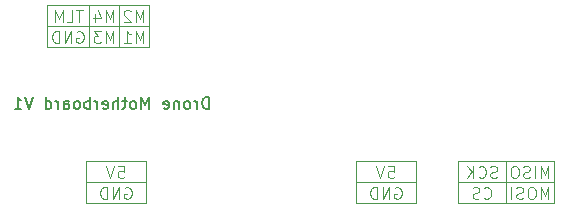
<source format=gbr>
%TF.GenerationSoftware,KiCad,Pcbnew,8.0.4*%
%TF.CreationDate,2024-08-21T00:11:03-04:00*%
%TF.ProjectId,Drone_Motherboard,44726f6e-655f-44d6-9f74-686572626f61,rev?*%
%TF.SameCoordinates,Original*%
%TF.FileFunction,Legend,Bot*%
%TF.FilePolarity,Positive*%
%FSLAX46Y46*%
G04 Gerber Fmt 4.6, Leading zero omitted, Abs format (unit mm)*
G04 Created by KiCad (PCBNEW 8.0.4) date 2024-08-21 00:11:03*
%MOMM*%
%LPD*%
G01*
G04 APERTURE LIST*
%ADD10C,0.200000*%
%ADD11C,0.100000*%
G04 APERTURE END LIST*
D10*
X131050628Y-120517219D02*
X131050628Y-119517219D01*
X131050628Y-119517219D02*
X130812533Y-119517219D01*
X130812533Y-119517219D02*
X130669676Y-119564838D01*
X130669676Y-119564838D02*
X130574438Y-119660076D01*
X130574438Y-119660076D02*
X130526819Y-119755314D01*
X130526819Y-119755314D02*
X130479200Y-119945790D01*
X130479200Y-119945790D02*
X130479200Y-120088647D01*
X130479200Y-120088647D02*
X130526819Y-120279123D01*
X130526819Y-120279123D02*
X130574438Y-120374361D01*
X130574438Y-120374361D02*
X130669676Y-120469600D01*
X130669676Y-120469600D02*
X130812533Y-120517219D01*
X130812533Y-120517219D02*
X131050628Y-120517219D01*
X130050628Y-120517219D02*
X130050628Y-119850552D01*
X130050628Y-120041028D02*
X130003009Y-119945790D01*
X130003009Y-119945790D02*
X129955390Y-119898171D01*
X129955390Y-119898171D02*
X129860152Y-119850552D01*
X129860152Y-119850552D02*
X129764914Y-119850552D01*
X129288723Y-120517219D02*
X129383961Y-120469600D01*
X129383961Y-120469600D02*
X129431580Y-120421980D01*
X129431580Y-120421980D02*
X129479199Y-120326742D01*
X129479199Y-120326742D02*
X129479199Y-120041028D01*
X129479199Y-120041028D02*
X129431580Y-119945790D01*
X129431580Y-119945790D02*
X129383961Y-119898171D01*
X129383961Y-119898171D02*
X129288723Y-119850552D01*
X129288723Y-119850552D02*
X129145866Y-119850552D01*
X129145866Y-119850552D02*
X129050628Y-119898171D01*
X129050628Y-119898171D02*
X129003009Y-119945790D01*
X129003009Y-119945790D02*
X128955390Y-120041028D01*
X128955390Y-120041028D02*
X128955390Y-120326742D01*
X128955390Y-120326742D02*
X129003009Y-120421980D01*
X129003009Y-120421980D02*
X129050628Y-120469600D01*
X129050628Y-120469600D02*
X129145866Y-120517219D01*
X129145866Y-120517219D02*
X129288723Y-120517219D01*
X128526818Y-119850552D02*
X128526818Y-120517219D01*
X128526818Y-119945790D02*
X128479199Y-119898171D01*
X128479199Y-119898171D02*
X128383961Y-119850552D01*
X128383961Y-119850552D02*
X128241104Y-119850552D01*
X128241104Y-119850552D02*
X128145866Y-119898171D01*
X128145866Y-119898171D02*
X128098247Y-119993409D01*
X128098247Y-119993409D02*
X128098247Y-120517219D01*
X127241104Y-120469600D02*
X127336342Y-120517219D01*
X127336342Y-120517219D02*
X127526818Y-120517219D01*
X127526818Y-120517219D02*
X127622056Y-120469600D01*
X127622056Y-120469600D02*
X127669675Y-120374361D01*
X127669675Y-120374361D02*
X127669675Y-119993409D01*
X127669675Y-119993409D02*
X127622056Y-119898171D01*
X127622056Y-119898171D02*
X127526818Y-119850552D01*
X127526818Y-119850552D02*
X127336342Y-119850552D01*
X127336342Y-119850552D02*
X127241104Y-119898171D01*
X127241104Y-119898171D02*
X127193485Y-119993409D01*
X127193485Y-119993409D02*
X127193485Y-120088647D01*
X127193485Y-120088647D02*
X127669675Y-120183885D01*
X126003008Y-120517219D02*
X126003008Y-119517219D01*
X126003008Y-119517219D02*
X125669675Y-120231504D01*
X125669675Y-120231504D02*
X125336342Y-119517219D01*
X125336342Y-119517219D02*
X125336342Y-120517219D01*
X124717294Y-120517219D02*
X124812532Y-120469600D01*
X124812532Y-120469600D02*
X124860151Y-120421980D01*
X124860151Y-120421980D02*
X124907770Y-120326742D01*
X124907770Y-120326742D02*
X124907770Y-120041028D01*
X124907770Y-120041028D02*
X124860151Y-119945790D01*
X124860151Y-119945790D02*
X124812532Y-119898171D01*
X124812532Y-119898171D02*
X124717294Y-119850552D01*
X124717294Y-119850552D02*
X124574437Y-119850552D01*
X124574437Y-119850552D02*
X124479199Y-119898171D01*
X124479199Y-119898171D02*
X124431580Y-119945790D01*
X124431580Y-119945790D02*
X124383961Y-120041028D01*
X124383961Y-120041028D02*
X124383961Y-120326742D01*
X124383961Y-120326742D02*
X124431580Y-120421980D01*
X124431580Y-120421980D02*
X124479199Y-120469600D01*
X124479199Y-120469600D02*
X124574437Y-120517219D01*
X124574437Y-120517219D02*
X124717294Y-120517219D01*
X124098246Y-119850552D02*
X123717294Y-119850552D01*
X123955389Y-119517219D02*
X123955389Y-120374361D01*
X123955389Y-120374361D02*
X123907770Y-120469600D01*
X123907770Y-120469600D02*
X123812532Y-120517219D01*
X123812532Y-120517219D02*
X123717294Y-120517219D01*
X123383960Y-120517219D02*
X123383960Y-119517219D01*
X122955389Y-120517219D02*
X122955389Y-119993409D01*
X122955389Y-119993409D02*
X123003008Y-119898171D01*
X123003008Y-119898171D02*
X123098246Y-119850552D01*
X123098246Y-119850552D02*
X123241103Y-119850552D01*
X123241103Y-119850552D02*
X123336341Y-119898171D01*
X123336341Y-119898171D02*
X123383960Y-119945790D01*
X122098246Y-120469600D02*
X122193484Y-120517219D01*
X122193484Y-120517219D02*
X122383960Y-120517219D01*
X122383960Y-120517219D02*
X122479198Y-120469600D01*
X122479198Y-120469600D02*
X122526817Y-120374361D01*
X122526817Y-120374361D02*
X122526817Y-119993409D01*
X122526817Y-119993409D02*
X122479198Y-119898171D01*
X122479198Y-119898171D02*
X122383960Y-119850552D01*
X122383960Y-119850552D02*
X122193484Y-119850552D01*
X122193484Y-119850552D02*
X122098246Y-119898171D01*
X122098246Y-119898171D02*
X122050627Y-119993409D01*
X122050627Y-119993409D02*
X122050627Y-120088647D01*
X122050627Y-120088647D02*
X122526817Y-120183885D01*
X121622055Y-120517219D02*
X121622055Y-119850552D01*
X121622055Y-120041028D02*
X121574436Y-119945790D01*
X121574436Y-119945790D02*
X121526817Y-119898171D01*
X121526817Y-119898171D02*
X121431579Y-119850552D01*
X121431579Y-119850552D02*
X121336341Y-119850552D01*
X121003007Y-120517219D02*
X121003007Y-119517219D01*
X121003007Y-119898171D02*
X120907769Y-119850552D01*
X120907769Y-119850552D02*
X120717293Y-119850552D01*
X120717293Y-119850552D02*
X120622055Y-119898171D01*
X120622055Y-119898171D02*
X120574436Y-119945790D01*
X120574436Y-119945790D02*
X120526817Y-120041028D01*
X120526817Y-120041028D02*
X120526817Y-120326742D01*
X120526817Y-120326742D02*
X120574436Y-120421980D01*
X120574436Y-120421980D02*
X120622055Y-120469600D01*
X120622055Y-120469600D02*
X120717293Y-120517219D01*
X120717293Y-120517219D02*
X120907769Y-120517219D01*
X120907769Y-120517219D02*
X121003007Y-120469600D01*
X119955388Y-120517219D02*
X120050626Y-120469600D01*
X120050626Y-120469600D02*
X120098245Y-120421980D01*
X120098245Y-120421980D02*
X120145864Y-120326742D01*
X120145864Y-120326742D02*
X120145864Y-120041028D01*
X120145864Y-120041028D02*
X120098245Y-119945790D01*
X120098245Y-119945790D02*
X120050626Y-119898171D01*
X120050626Y-119898171D02*
X119955388Y-119850552D01*
X119955388Y-119850552D02*
X119812531Y-119850552D01*
X119812531Y-119850552D02*
X119717293Y-119898171D01*
X119717293Y-119898171D02*
X119669674Y-119945790D01*
X119669674Y-119945790D02*
X119622055Y-120041028D01*
X119622055Y-120041028D02*
X119622055Y-120326742D01*
X119622055Y-120326742D02*
X119669674Y-120421980D01*
X119669674Y-120421980D02*
X119717293Y-120469600D01*
X119717293Y-120469600D02*
X119812531Y-120517219D01*
X119812531Y-120517219D02*
X119955388Y-120517219D01*
X118764912Y-120517219D02*
X118764912Y-119993409D01*
X118764912Y-119993409D02*
X118812531Y-119898171D01*
X118812531Y-119898171D02*
X118907769Y-119850552D01*
X118907769Y-119850552D02*
X119098245Y-119850552D01*
X119098245Y-119850552D02*
X119193483Y-119898171D01*
X118764912Y-120469600D02*
X118860150Y-120517219D01*
X118860150Y-120517219D02*
X119098245Y-120517219D01*
X119098245Y-120517219D02*
X119193483Y-120469600D01*
X119193483Y-120469600D02*
X119241102Y-120374361D01*
X119241102Y-120374361D02*
X119241102Y-120279123D01*
X119241102Y-120279123D02*
X119193483Y-120183885D01*
X119193483Y-120183885D02*
X119098245Y-120136266D01*
X119098245Y-120136266D02*
X118860150Y-120136266D01*
X118860150Y-120136266D02*
X118764912Y-120088647D01*
X118288721Y-120517219D02*
X118288721Y-119850552D01*
X118288721Y-120041028D02*
X118241102Y-119945790D01*
X118241102Y-119945790D02*
X118193483Y-119898171D01*
X118193483Y-119898171D02*
X118098245Y-119850552D01*
X118098245Y-119850552D02*
X118003007Y-119850552D01*
X117241102Y-120517219D02*
X117241102Y-119517219D01*
X117241102Y-120469600D02*
X117336340Y-120517219D01*
X117336340Y-120517219D02*
X117526816Y-120517219D01*
X117526816Y-120517219D02*
X117622054Y-120469600D01*
X117622054Y-120469600D02*
X117669673Y-120421980D01*
X117669673Y-120421980D02*
X117717292Y-120326742D01*
X117717292Y-120326742D02*
X117717292Y-120041028D01*
X117717292Y-120041028D02*
X117669673Y-119945790D01*
X117669673Y-119945790D02*
X117622054Y-119898171D01*
X117622054Y-119898171D02*
X117526816Y-119850552D01*
X117526816Y-119850552D02*
X117336340Y-119850552D01*
X117336340Y-119850552D02*
X117241102Y-119898171D01*
X116145863Y-119517219D02*
X115812530Y-120517219D01*
X115812530Y-120517219D02*
X115479197Y-119517219D01*
X114622054Y-120517219D02*
X115193482Y-120517219D01*
X114907768Y-120517219D02*
X114907768Y-119517219D01*
X114907768Y-119517219D02*
X115003006Y-119660076D01*
X115003006Y-119660076D02*
X115098244Y-119755314D01*
X115098244Y-119755314D02*
X115193482Y-119802933D01*
D11*
X125523523Y-113156419D02*
X125523523Y-112156419D01*
X125523523Y-112156419D02*
X125190190Y-112870704D01*
X125190190Y-112870704D02*
X124856857Y-112156419D01*
X124856857Y-112156419D02*
X124856857Y-113156419D01*
X124428285Y-112251657D02*
X124380666Y-112204038D01*
X124380666Y-112204038D02*
X124285428Y-112156419D01*
X124285428Y-112156419D02*
X124047333Y-112156419D01*
X124047333Y-112156419D02*
X123952095Y-112204038D01*
X123952095Y-112204038D02*
X123904476Y-112251657D01*
X123904476Y-112251657D02*
X123856857Y-112346895D01*
X123856857Y-112346895D02*
X123856857Y-112442133D01*
X123856857Y-112442133D02*
X123904476Y-112584990D01*
X123904476Y-112584990D02*
X124475904Y-113156419D01*
X124475904Y-113156419D02*
X123856857Y-113156419D01*
X125523523Y-114934419D02*
X125523523Y-113934419D01*
X125523523Y-113934419D02*
X125190190Y-114648704D01*
X125190190Y-114648704D02*
X124856857Y-113934419D01*
X124856857Y-113934419D02*
X124856857Y-114934419D01*
X123856857Y-114934419D02*
X124428285Y-114934419D01*
X124142571Y-114934419D02*
X124142571Y-113934419D01*
X124142571Y-113934419D02*
X124237809Y-114077276D01*
X124237809Y-114077276D02*
X124333047Y-114172514D01*
X124333047Y-114172514D02*
X124428285Y-114220133D01*
X120904000Y-111760000D02*
X120904000Y-115316000D01*
X120387904Y-112156419D02*
X119816476Y-112156419D01*
X120102190Y-113156419D02*
X120102190Y-112156419D01*
X119006952Y-113156419D02*
X119483142Y-113156419D01*
X119483142Y-113156419D02*
X119483142Y-112156419D01*
X118673618Y-113156419D02*
X118673618Y-112156419D01*
X118673618Y-112156419D02*
X118340285Y-112870704D01*
X118340285Y-112870704D02*
X118006952Y-112156419D01*
X118006952Y-112156419D02*
X118006952Y-113156419D01*
X123444000Y-111760000D02*
X123444000Y-115316000D01*
X125984000Y-113538000D02*
X117348000Y-113538000D01*
X122983523Y-113156419D02*
X122983523Y-112156419D01*
X122983523Y-112156419D02*
X122650190Y-112870704D01*
X122650190Y-112870704D02*
X122316857Y-112156419D01*
X122316857Y-112156419D02*
X122316857Y-113156419D01*
X121412095Y-112489752D02*
X121412095Y-113156419D01*
X121650190Y-112108800D02*
X121888285Y-112823085D01*
X121888285Y-112823085D02*
X121269238Y-112823085D01*
X122983523Y-114934419D02*
X122983523Y-113934419D01*
X122983523Y-113934419D02*
X122650190Y-114648704D01*
X122650190Y-114648704D02*
X122316857Y-113934419D01*
X122316857Y-113934419D02*
X122316857Y-114934419D01*
X121935904Y-113934419D02*
X121316857Y-113934419D01*
X121316857Y-113934419D02*
X121650190Y-114315371D01*
X121650190Y-114315371D02*
X121507333Y-114315371D01*
X121507333Y-114315371D02*
X121412095Y-114362990D01*
X121412095Y-114362990D02*
X121364476Y-114410609D01*
X121364476Y-114410609D02*
X121316857Y-114505847D01*
X121316857Y-114505847D02*
X121316857Y-114743942D01*
X121316857Y-114743942D02*
X121364476Y-114839180D01*
X121364476Y-114839180D02*
X121412095Y-114886800D01*
X121412095Y-114886800D02*
X121507333Y-114934419D01*
X121507333Y-114934419D02*
X121793047Y-114934419D01*
X121793047Y-114934419D02*
X121888285Y-114886800D01*
X121888285Y-114886800D02*
X121935904Y-114839180D01*
X119887904Y-113982038D02*
X119983142Y-113934419D01*
X119983142Y-113934419D02*
X120125999Y-113934419D01*
X120125999Y-113934419D02*
X120268856Y-113982038D01*
X120268856Y-113982038D02*
X120364094Y-114077276D01*
X120364094Y-114077276D02*
X120411713Y-114172514D01*
X120411713Y-114172514D02*
X120459332Y-114362990D01*
X120459332Y-114362990D02*
X120459332Y-114505847D01*
X120459332Y-114505847D02*
X120411713Y-114696323D01*
X120411713Y-114696323D02*
X120364094Y-114791561D01*
X120364094Y-114791561D02*
X120268856Y-114886800D01*
X120268856Y-114886800D02*
X120125999Y-114934419D01*
X120125999Y-114934419D02*
X120030761Y-114934419D01*
X120030761Y-114934419D02*
X119887904Y-114886800D01*
X119887904Y-114886800D02*
X119840285Y-114839180D01*
X119840285Y-114839180D02*
X119840285Y-114505847D01*
X119840285Y-114505847D02*
X120030761Y-114505847D01*
X119411713Y-114934419D02*
X119411713Y-113934419D01*
X119411713Y-113934419D02*
X118840285Y-114934419D01*
X118840285Y-114934419D02*
X118840285Y-113934419D01*
X118364094Y-114934419D02*
X118364094Y-113934419D01*
X118364094Y-113934419D02*
X118125999Y-113934419D01*
X118125999Y-113934419D02*
X117983142Y-113982038D01*
X117983142Y-113982038D02*
X117887904Y-114077276D01*
X117887904Y-114077276D02*
X117840285Y-114172514D01*
X117840285Y-114172514D02*
X117792666Y-114362990D01*
X117792666Y-114362990D02*
X117792666Y-114505847D01*
X117792666Y-114505847D02*
X117840285Y-114696323D01*
X117840285Y-114696323D02*
X117887904Y-114791561D01*
X117887904Y-114791561D02*
X117983142Y-114886800D01*
X117983142Y-114886800D02*
X118125999Y-114934419D01*
X118125999Y-114934419D02*
X118364094Y-114934419D01*
X117348000Y-115316000D02*
X125984000Y-115316000D01*
X125984000Y-111760000D01*
X117348000Y-111760000D01*
X117348000Y-115316000D01*
X120650000Y-128524000D02*
X125730000Y-128524000D01*
X125730000Y-124968000D01*
X120650000Y-124968000D01*
X120650000Y-128524000D01*
X123380476Y-125364419D02*
X123856666Y-125364419D01*
X123856666Y-125364419D02*
X123904285Y-125840609D01*
X123904285Y-125840609D02*
X123856666Y-125792990D01*
X123856666Y-125792990D02*
X123761428Y-125745371D01*
X123761428Y-125745371D02*
X123523333Y-125745371D01*
X123523333Y-125745371D02*
X123428095Y-125792990D01*
X123428095Y-125792990D02*
X123380476Y-125840609D01*
X123380476Y-125840609D02*
X123332857Y-125935847D01*
X123332857Y-125935847D02*
X123332857Y-126173942D01*
X123332857Y-126173942D02*
X123380476Y-126269180D01*
X123380476Y-126269180D02*
X123428095Y-126316800D01*
X123428095Y-126316800D02*
X123523333Y-126364419D01*
X123523333Y-126364419D02*
X123761428Y-126364419D01*
X123761428Y-126364419D02*
X123856666Y-126316800D01*
X123856666Y-126316800D02*
X123904285Y-126269180D01*
X123047142Y-125364419D02*
X122713809Y-126364419D01*
X122713809Y-126364419D02*
X122380476Y-125364419D01*
X125730000Y-126746000D02*
X120650000Y-126746000D01*
X123951904Y-127190038D02*
X124047142Y-127142419D01*
X124047142Y-127142419D02*
X124189999Y-127142419D01*
X124189999Y-127142419D02*
X124332856Y-127190038D01*
X124332856Y-127190038D02*
X124428094Y-127285276D01*
X124428094Y-127285276D02*
X124475713Y-127380514D01*
X124475713Y-127380514D02*
X124523332Y-127570990D01*
X124523332Y-127570990D02*
X124523332Y-127713847D01*
X124523332Y-127713847D02*
X124475713Y-127904323D01*
X124475713Y-127904323D02*
X124428094Y-127999561D01*
X124428094Y-127999561D02*
X124332856Y-128094800D01*
X124332856Y-128094800D02*
X124189999Y-128142419D01*
X124189999Y-128142419D02*
X124094761Y-128142419D01*
X124094761Y-128142419D02*
X123951904Y-128094800D01*
X123951904Y-128094800D02*
X123904285Y-128047180D01*
X123904285Y-128047180D02*
X123904285Y-127713847D01*
X123904285Y-127713847D02*
X124094761Y-127713847D01*
X123475713Y-128142419D02*
X123475713Y-127142419D01*
X123475713Y-127142419D02*
X122904285Y-128142419D01*
X122904285Y-128142419D02*
X122904285Y-127142419D01*
X122428094Y-128142419D02*
X122428094Y-127142419D01*
X122428094Y-127142419D02*
X122189999Y-127142419D01*
X122189999Y-127142419D02*
X122047142Y-127190038D01*
X122047142Y-127190038D02*
X121951904Y-127285276D01*
X121951904Y-127285276D02*
X121904285Y-127380514D01*
X121904285Y-127380514D02*
X121856666Y-127570990D01*
X121856666Y-127570990D02*
X121856666Y-127713847D01*
X121856666Y-127713847D02*
X121904285Y-127904323D01*
X121904285Y-127904323D02*
X121951904Y-127999561D01*
X121951904Y-127999561D02*
X122047142Y-128094800D01*
X122047142Y-128094800D02*
X122189999Y-128142419D01*
X122189999Y-128142419D02*
X122428094Y-128142419D01*
X154344666Y-128047180D02*
X154392285Y-128094800D01*
X154392285Y-128094800D02*
X154535142Y-128142419D01*
X154535142Y-128142419D02*
X154630380Y-128142419D01*
X154630380Y-128142419D02*
X154773237Y-128094800D01*
X154773237Y-128094800D02*
X154868475Y-127999561D01*
X154868475Y-127999561D02*
X154916094Y-127904323D01*
X154916094Y-127904323D02*
X154963713Y-127713847D01*
X154963713Y-127713847D02*
X154963713Y-127570990D01*
X154963713Y-127570990D02*
X154916094Y-127380514D01*
X154916094Y-127380514D02*
X154868475Y-127285276D01*
X154868475Y-127285276D02*
X154773237Y-127190038D01*
X154773237Y-127190038D02*
X154630380Y-127142419D01*
X154630380Y-127142419D02*
X154535142Y-127142419D01*
X154535142Y-127142419D02*
X154392285Y-127190038D01*
X154392285Y-127190038D02*
X154344666Y-127237657D01*
X153963713Y-128094800D02*
X153820856Y-128142419D01*
X153820856Y-128142419D02*
X153582761Y-128142419D01*
X153582761Y-128142419D02*
X153487523Y-128094800D01*
X153487523Y-128094800D02*
X153439904Y-128047180D01*
X153439904Y-128047180D02*
X153392285Y-127951942D01*
X153392285Y-127951942D02*
X153392285Y-127856704D01*
X153392285Y-127856704D02*
X153439904Y-127761466D01*
X153439904Y-127761466D02*
X153487523Y-127713847D01*
X153487523Y-127713847D02*
X153582761Y-127666228D01*
X153582761Y-127666228D02*
X153773237Y-127618609D01*
X153773237Y-127618609D02*
X153868475Y-127570990D01*
X153868475Y-127570990D02*
X153916094Y-127523371D01*
X153916094Y-127523371D02*
X153963713Y-127428133D01*
X153963713Y-127428133D02*
X153963713Y-127332895D01*
X153963713Y-127332895D02*
X153916094Y-127237657D01*
X153916094Y-127237657D02*
X153868475Y-127190038D01*
X153868475Y-127190038D02*
X153773237Y-127142419D01*
X153773237Y-127142419D02*
X153535142Y-127142419D01*
X153535142Y-127142419D02*
X153392285Y-127190038D01*
X152146000Y-128524000D02*
X160274000Y-128524000D01*
X160274000Y-124968000D01*
X152146000Y-124968000D01*
X152146000Y-128524000D01*
X159813427Y-128142419D02*
X159813427Y-127142419D01*
X159813427Y-127142419D02*
X159480094Y-127856704D01*
X159480094Y-127856704D02*
X159146761Y-127142419D01*
X159146761Y-127142419D02*
X159146761Y-128142419D01*
X158480094Y-127142419D02*
X158289618Y-127142419D01*
X158289618Y-127142419D02*
X158194380Y-127190038D01*
X158194380Y-127190038D02*
X158099142Y-127285276D01*
X158099142Y-127285276D02*
X158051523Y-127475752D01*
X158051523Y-127475752D02*
X158051523Y-127809085D01*
X158051523Y-127809085D02*
X158099142Y-127999561D01*
X158099142Y-127999561D02*
X158194380Y-128094800D01*
X158194380Y-128094800D02*
X158289618Y-128142419D01*
X158289618Y-128142419D02*
X158480094Y-128142419D01*
X158480094Y-128142419D02*
X158575332Y-128094800D01*
X158575332Y-128094800D02*
X158670570Y-127999561D01*
X158670570Y-127999561D02*
X158718189Y-127809085D01*
X158718189Y-127809085D02*
X158718189Y-127475752D01*
X158718189Y-127475752D02*
X158670570Y-127285276D01*
X158670570Y-127285276D02*
X158575332Y-127190038D01*
X158575332Y-127190038D02*
X158480094Y-127142419D01*
X157670570Y-128094800D02*
X157527713Y-128142419D01*
X157527713Y-128142419D02*
X157289618Y-128142419D01*
X157289618Y-128142419D02*
X157194380Y-128094800D01*
X157194380Y-128094800D02*
X157146761Y-128047180D01*
X157146761Y-128047180D02*
X157099142Y-127951942D01*
X157099142Y-127951942D02*
X157099142Y-127856704D01*
X157099142Y-127856704D02*
X157146761Y-127761466D01*
X157146761Y-127761466D02*
X157194380Y-127713847D01*
X157194380Y-127713847D02*
X157289618Y-127666228D01*
X157289618Y-127666228D02*
X157480094Y-127618609D01*
X157480094Y-127618609D02*
X157575332Y-127570990D01*
X157575332Y-127570990D02*
X157622951Y-127523371D01*
X157622951Y-127523371D02*
X157670570Y-127428133D01*
X157670570Y-127428133D02*
X157670570Y-127332895D01*
X157670570Y-127332895D02*
X157622951Y-127237657D01*
X157622951Y-127237657D02*
X157575332Y-127190038D01*
X157575332Y-127190038D02*
X157480094Y-127142419D01*
X157480094Y-127142419D02*
X157241999Y-127142419D01*
X157241999Y-127142419D02*
X157099142Y-127190038D01*
X156670570Y-128142419D02*
X156670570Y-127142419D01*
X160274000Y-126746000D02*
X152146000Y-126746000D01*
X159813427Y-126364419D02*
X159813427Y-125364419D01*
X159813427Y-125364419D02*
X159480094Y-126078704D01*
X159480094Y-126078704D02*
X159146761Y-125364419D01*
X159146761Y-125364419D02*
X159146761Y-126364419D01*
X158670570Y-126364419D02*
X158670570Y-125364419D01*
X158241999Y-126316800D02*
X158099142Y-126364419D01*
X158099142Y-126364419D02*
X157861047Y-126364419D01*
X157861047Y-126364419D02*
X157765809Y-126316800D01*
X157765809Y-126316800D02*
X157718190Y-126269180D01*
X157718190Y-126269180D02*
X157670571Y-126173942D01*
X157670571Y-126173942D02*
X157670571Y-126078704D01*
X157670571Y-126078704D02*
X157718190Y-125983466D01*
X157718190Y-125983466D02*
X157765809Y-125935847D01*
X157765809Y-125935847D02*
X157861047Y-125888228D01*
X157861047Y-125888228D02*
X158051523Y-125840609D01*
X158051523Y-125840609D02*
X158146761Y-125792990D01*
X158146761Y-125792990D02*
X158194380Y-125745371D01*
X158194380Y-125745371D02*
X158241999Y-125650133D01*
X158241999Y-125650133D02*
X158241999Y-125554895D01*
X158241999Y-125554895D02*
X158194380Y-125459657D01*
X158194380Y-125459657D02*
X158146761Y-125412038D01*
X158146761Y-125412038D02*
X158051523Y-125364419D01*
X158051523Y-125364419D02*
X157813428Y-125364419D01*
X157813428Y-125364419D02*
X157670571Y-125412038D01*
X157051523Y-125364419D02*
X156861047Y-125364419D01*
X156861047Y-125364419D02*
X156765809Y-125412038D01*
X156765809Y-125412038D02*
X156670571Y-125507276D01*
X156670571Y-125507276D02*
X156622952Y-125697752D01*
X156622952Y-125697752D02*
X156622952Y-126031085D01*
X156622952Y-126031085D02*
X156670571Y-126221561D01*
X156670571Y-126221561D02*
X156765809Y-126316800D01*
X156765809Y-126316800D02*
X156861047Y-126364419D01*
X156861047Y-126364419D02*
X157051523Y-126364419D01*
X157051523Y-126364419D02*
X157146761Y-126316800D01*
X157146761Y-126316800D02*
X157241999Y-126221561D01*
X157241999Y-126221561D02*
X157289618Y-126031085D01*
X157289618Y-126031085D02*
X157289618Y-125697752D01*
X157289618Y-125697752D02*
X157241999Y-125507276D01*
X157241999Y-125507276D02*
X157146761Y-125412038D01*
X157146761Y-125412038D02*
X157051523Y-125364419D01*
X155463713Y-126311800D02*
X155320856Y-126359419D01*
X155320856Y-126359419D02*
X155082761Y-126359419D01*
X155082761Y-126359419D02*
X154987523Y-126311800D01*
X154987523Y-126311800D02*
X154939904Y-126264180D01*
X154939904Y-126264180D02*
X154892285Y-126168942D01*
X154892285Y-126168942D02*
X154892285Y-126073704D01*
X154892285Y-126073704D02*
X154939904Y-125978466D01*
X154939904Y-125978466D02*
X154987523Y-125930847D01*
X154987523Y-125930847D02*
X155082761Y-125883228D01*
X155082761Y-125883228D02*
X155273237Y-125835609D01*
X155273237Y-125835609D02*
X155368475Y-125787990D01*
X155368475Y-125787990D02*
X155416094Y-125740371D01*
X155416094Y-125740371D02*
X155463713Y-125645133D01*
X155463713Y-125645133D02*
X155463713Y-125549895D01*
X155463713Y-125549895D02*
X155416094Y-125454657D01*
X155416094Y-125454657D02*
X155368475Y-125407038D01*
X155368475Y-125407038D02*
X155273237Y-125359419D01*
X155273237Y-125359419D02*
X155035142Y-125359419D01*
X155035142Y-125359419D02*
X154892285Y-125407038D01*
X153892285Y-126264180D02*
X153939904Y-126311800D01*
X153939904Y-126311800D02*
X154082761Y-126359419D01*
X154082761Y-126359419D02*
X154177999Y-126359419D01*
X154177999Y-126359419D02*
X154320856Y-126311800D01*
X154320856Y-126311800D02*
X154416094Y-126216561D01*
X154416094Y-126216561D02*
X154463713Y-126121323D01*
X154463713Y-126121323D02*
X154511332Y-125930847D01*
X154511332Y-125930847D02*
X154511332Y-125787990D01*
X154511332Y-125787990D02*
X154463713Y-125597514D01*
X154463713Y-125597514D02*
X154416094Y-125502276D01*
X154416094Y-125502276D02*
X154320856Y-125407038D01*
X154320856Y-125407038D02*
X154177999Y-125359419D01*
X154177999Y-125359419D02*
X154082761Y-125359419D01*
X154082761Y-125359419D02*
X153939904Y-125407038D01*
X153939904Y-125407038D02*
X153892285Y-125454657D01*
X153463713Y-126359419D02*
X153463713Y-125359419D01*
X152892285Y-126359419D02*
X153320856Y-125787990D01*
X152892285Y-125359419D02*
X153463713Y-125930847D01*
X156210000Y-124968000D02*
X156210000Y-128524000D01*
X148590000Y-126746000D02*
X143510000Y-126746000D01*
X143510000Y-128524000D02*
X148590000Y-128524000D01*
X148590000Y-124968000D01*
X143510000Y-124968000D01*
X143510000Y-128524000D01*
X146811904Y-127190038D02*
X146907142Y-127142419D01*
X146907142Y-127142419D02*
X147049999Y-127142419D01*
X147049999Y-127142419D02*
X147192856Y-127190038D01*
X147192856Y-127190038D02*
X147288094Y-127285276D01*
X147288094Y-127285276D02*
X147335713Y-127380514D01*
X147335713Y-127380514D02*
X147383332Y-127570990D01*
X147383332Y-127570990D02*
X147383332Y-127713847D01*
X147383332Y-127713847D02*
X147335713Y-127904323D01*
X147335713Y-127904323D02*
X147288094Y-127999561D01*
X147288094Y-127999561D02*
X147192856Y-128094800D01*
X147192856Y-128094800D02*
X147049999Y-128142419D01*
X147049999Y-128142419D02*
X146954761Y-128142419D01*
X146954761Y-128142419D02*
X146811904Y-128094800D01*
X146811904Y-128094800D02*
X146764285Y-128047180D01*
X146764285Y-128047180D02*
X146764285Y-127713847D01*
X146764285Y-127713847D02*
X146954761Y-127713847D01*
X146335713Y-128142419D02*
X146335713Y-127142419D01*
X146335713Y-127142419D02*
X145764285Y-128142419D01*
X145764285Y-128142419D02*
X145764285Y-127142419D01*
X145288094Y-128142419D02*
X145288094Y-127142419D01*
X145288094Y-127142419D02*
X145049999Y-127142419D01*
X145049999Y-127142419D02*
X144907142Y-127190038D01*
X144907142Y-127190038D02*
X144811904Y-127285276D01*
X144811904Y-127285276D02*
X144764285Y-127380514D01*
X144764285Y-127380514D02*
X144716666Y-127570990D01*
X144716666Y-127570990D02*
X144716666Y-127713847D01*
X144716666Y-127713847D02*
X144764285Y-127904323D01*
X144764285Y-127904323D02*
X144811904Y-127999561D01*
X144811904Y-127999561D02*
X144907142Y-128094800D01*
X144907142Y-128094800D02*
X145049999Y-128142419D01*
X145049999Y-128142419D02*
X145288094Y-128142419D01*
X146240476Y-125364419D02*
X146716666Y-125364419D01*
X146716666Y-125364419D02*
X146764285Y-125840609D01*
X146764285Y-125840609D02*
X146716666Y-125792990D01*
X146716666Y-125792990D02*
X146621428Y-125745371D01*
X146621428Y-125745371D02*
X146383333Y-125745371D01*
X146383333Y-125745371D02*
X146288095Y-125792990D01*
X146288095Y-125792990D02*
X146240476Y-125840609D01*
X146240476Y-125840609D02*
X146192857Y-125935847D01*
X146192857Y-125935847D02*
X146192857Y-126173942D01*
X146192857Y-126173942D02*
X146240476Y-126269180D01*
X146240476Y-126269180D02*
X146288095Y-126316800D01*
X146288095Y-126316800D02*
X146383333Y-126364419D01*
X146383333Y-126364419D02*
X146621428Y-126364419D01*
X146621428Y-126364419D02*
X146716666Y-126316800D01*
X146716666Y-126316800D02*
X146764285Y-126269180D01*
X145907142Y-125364419D02*
X145573809Y-126364419D01*
X145573809Y-126364419D02*
X145240476Y-125364419D01*
M02*

</source>
